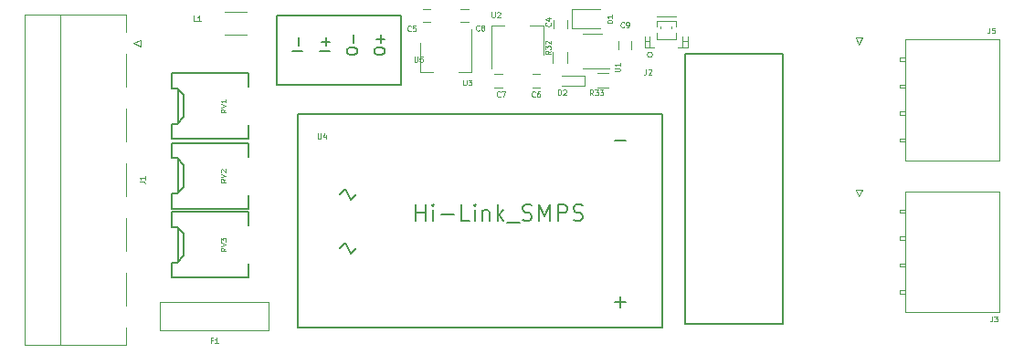
<source format=gto>
G04 #@! TF.GenerationSoftware,KiCad,Pcbnew,(2017-09-19 revision dddaa7e69)-makepkg*
G04 #@! TF.CreationDate,2017-12-07T22:33:37+10:30*
G04 #@! TF.ProjectId,din_power_atm90e26,64696E5F706F7765725F61746D393065,rev?*
G04 #@! TF.SameCoordinates,Original*
G04 #@! TF.FileFunction,Legend,Top*
G04 #@! TF.FilePolarity,Positive*
%FSLAX46Y46*%
G04 Gerber Fmt 4.6, Leading zero omitted, Abs format (unit mm)*
G04 Created by KiCad (PCBNEW (2017-09-19 revision dddaa7e69)-makepkg) date 12/07/17 22:33:37*
%MOMM*%
%LPD*%
G01*
G04 APERTURE LIST*
%ADD10C,0.200000*%
%ADD11C,0.120000*%
%ADD12C,0.150000*%
G04 APERTURE END LIST*
D10*
X163628000Y-75217400D02*
X163628000Y-50217400D01*
X163628000Y-75217400D02*
X172628000Y-75217400D01*
X172628000Y-50217400D02*
X163628000Y-50217400D01*
X172628000Y-50217400D02*
X172628000Y-75217400D01*
D11*
X114890000Y-75810000D02*
X114890000Y-73190000D01*
X125009999Y-75810000D02*
X125009999Y-73190000D01*
X125009999Y-73190000D02*
X114890000Y-73190000D01*
X125009999Y-75810000D02*
X114890000Y-75810000D01*
D10*
X125750000Y-53100000D02*
X125750000Y-46600000D01*
X125750000Y-46600000D02*
X137250000Y-46600000D01*
X137250000Y-46600000D02*
X137250000Y-53100000D01*
X137250000Y-53100000D02*
X125750000Y-53100000D01*
X131588000Y-63189000D02*
X132088000Y-62689000D01*
X132088000Y-62689000D02*
X132588000Y-63689000D01*
X132588000Y-63689000D02*
X133088000Y-63189000D01*
X131588000Y-68189000D02*
X132088000Y-67689000D01*
X132088000Y-67689000D02*
X132588000Y-68689000D01*
X132588000Y-68689000D02*
X133088000Y-68189000D01*
X157588000Y-72689000D02*
X157588000Y-73689000D01*
X158088000Y-73189000D02*
X157088000Y-73189000D01*
X158088000Y-58189000D02*
X157088000Y-58189000D01*
X127688000Y-75589000D02*
X161488000Y-75589000D01*
X161488000Y-75589000D02*
X161488000Y-55789000D01*
X161488000Y-55789000D02*
X127688000Y-55789000D01*
X127688000Y-55789000D02*
X127688000Y-75589000D01*
D11*
X162325000Y-47612500D02*
X162325000Y-47812500D01*
X161325000Y-47612500D02*
X161325000Y-47812500D01*
X162725000Y-48862500D02*
X162725000Y-48212500D01*
X160925000Y-48862500D02*
X162725000Y-48862500D01*
X160925000Y-48212500D02*
X160925000Y-48862500D01*
X162725000Y-47112500D02*
X162725000Y-47612500D01*
X160925000Y-47112500D02*
X162725000Y-47112500D01*
X160925000Y-47612500D02*
X160925000Y-47112500D01*
X163825000Y-49012500D02*
X163325000Y-49012500D01*
X163825000Y-49012500D02*
X163825000Y-49012500D01*
X163325000Y-49012500D02*
X163825000Y-49012500D01*
X163325000Y-49012500D02*
X163325000Y-49012500D01*
X163325000Y-49612500D02*
X163325000Y-49612500D01*
X163325000Y-48612500D02*
X163325000Y-49612500D01*
X163325000Y-48612500D02*
X163325000Y-48612500D01*
X163325000Y-49612500D02*
X163325000Y-48612500D01*
X163825000Y-49612500D02*
X162925000Y-49612500D01*
X163825000Y-48612500D02*
X163825000Y-49612500D01*
X159825000Y-49012500D02*
X160325000Y-49012500D01*
X159825000Y-49012500D02*
X159825000Y-49012500D01*
X160325000Y-49012500D02*
X159825000Y-49012500D01*
X160325000Y-49012500D02*
X160325000Y-49012500D01*
X160325000Y-49612500D02*
X160325000Y-49612500D01*
X160325000Y-48612500D02*
X160325000Y-49612500D01*
X160325000Y-48612500D02*
X160325000Y-48612500D01*
X160325000Y-49612500D02*
X160325000Y-48612500D01*
X159825000Y-49612500D02*
X160725000Y-49612500D01*
X159825000Y-48612500D02*
X159825000Y-49612500D01*
X160925000Y-46712500D02*
X162725000Y-46712500D01*
X160575000Y-50262500D02*
G75*
G03X160575000Y-50262500I-250000J0D01*
G01*
X192735000Y-48828400D02*
X183975000Y-48828400D01*
X183975000Y-48828400D02*
X183975000Y-60068400D01*
X183975000Y-60068400D02*
X192735000Y-60068400D01*
X192735000Y-60068400D02*
X192735000Y-48828400D01*
X183975000Y-50548400D02*
X183505000Y-50548400D01*
X183505000Y-50548400D02*
X183505000Y-50848400D01*
X183505000Y-50848400D02*
X183975000Y-50848400D01*
X183975000Y-50848400D02*
X183975000Y-50548400D01*
X183975000Y-53048400D02*
X183505000Y-53048400D01*
X183505000Y-53048400D02*
X183505000Y-53348400D01*
X183505000Y-53348400D02*
X183975000Y-53348400D01*
X183975000Y-53348400D02*
X183975000Y-53048400D01*
X183975000Y-55548400D02*
X183505000Y-55548400D01*
X183505000Y-55548400D02*
X183505000Y-55848400D01*
X183505000Y-55848400D02*
X183975000Y-55848400D01*
X183975000Y-55848400D02*
X183975000Y-55548400D01*
X183975000Y-58048400D02*
X183505000Y-58048400D01*
X183505000Y-58048400D02*
X183505000Y-58348400D01*
X183505000Y-58348400D02*
X183975000Y-58348400D01*
X183975000Y-58348400D02*
X183975000Y-58048400D01*
X179705000Y-49298400D02*
X179405000Y-48698400D01*
X179405000Y-48698400D02*
X180005000Y-48698400D01*
X180005000Y-48698400D02*
X179705000Y-49298400D01*
X180005000Y-62795400D02*
X179705000Y-63395400D01*
X179405000Y-62795400D02*
X180005000Y-62795400D01*
X179705000Y-63395400D02*
X179405000Y-62795400D01*
X183975000Y-72445400D02*
X183975000Y-72145400D01*
X183505000Y-72445400D02*
X183975000Y-72445400D01*
X183505000Y-72145400D02*
X183505000Y-72445400D01*
X183975000Y-72145400D02*
X183505000Y-72145400D01*
X183975000Y-69945400D02*
X183975000Y-69645400D01*
X183505000Y-69945400D02*
X183975000Y-69945400D01*
X183505000Y-69645400D02*
X183505000Y-69945400D01*
X183975000Y-69645400D02*
X183505000Y-69645400D01*
X183975000Y-67445400D02*
X183975000Y-67145400D01*
X183505000Y-67445400D02*
X183975000Y-67445400D01*
X183505000Y-67145400D02*
X183505000Y-67445400D01*
X183975000Y-67145400D02*
X183505000Y-67145400D01*
X183975000Y-64945400D02*
X183975000Y-64645400D01*
X183505000Y-64945400D02*
X183975000Y-64945400D01*
X183505000Y-64645400D02*
X183505000Y-64945400D01*
X183975000Y-64645400D02*
X183505000Y-64645400D01*
X192735000Y-74165400D02*
X192735000Y-62925400D01*
X183975000Y-74165400D02*
X192735000Y-74165400D01*
X183975000Y-62925400D02*
X183975000Y-74165400D01*
X192735000Y-62925400D02*
X183975000Y-62925400D01*
X113090000Y-48874400D02*
X113090000Y-49474400D01*
X112490000Y-49174400D02*
X113090000Y-48874400D01*
X113090000Y-49474400D02*
X112490000Y-49174400D01*
X105690000Y-46554400D02*
X105690000Y-77194400D01*
X111770000Y-70544400D02*
X111770000Y-73524400D01*
X111770000Y-65464400D02*
X111770000Y-68444400D01*
X111770000Y-60384400D02*
X111770000Y-63364400D01*
X111770000Y-55304400D02*
X111770000Y-58284400D01*
X111770000Y-50224400D02*
X111770000Y-53204400D01*
X111770000Y-77194400D02*
X111770000Y-75624400D01*
X111770000Y-46554400D02*
X111770000Y-48124400D01*
X102410000Y-77194400D02*
X111770000Y-77194400D01*
X102410000Y-46554400D02*
X102410000Y-77194400D01*
X111770000Y-46554400D02*
X102410000Y-46554400D01*
X154125000Y-51535000D02*
X156575000Y-51535000D01*
X155925000Y-48315000D02*
X154125000Y-48315000D01*
X149225000Y-47545000D02*
X150425000Y-47545000D01*
X150425000Y-47545000D02*
X150425000Y-50245000D01*
X145625000Y-51545000D02*
X145625000Y-47545000D01*
X145625000Y-47545000D02*
X146825000Y-47545000D01*
X143800000Y-51880000D02*
X142600000Y-51880000D01*
X143800000Y-47880000D02*
X143800000Y-51880000D01*
X139000000Y-51880000D02*
X139000000Y-49180000D01*
X140200000Y-51880000D02*
X139000000Y-51880000D01*
X122948000Y-48437400D02*
X120948000Y-48437400D01*
X120948000Y-46297400D02*
X122948000Y-46297400D01*
X151345000Y-51025000D02*
X151345000Y-50025000D01*
X152705000Y-50025000D02*
X152705000Y-51025000D01*
X155500000Y-51995000D02*
X156500000Y-51995000D01*
X156500000Y-53355000D02*
X155500000Y-53355000D01*
X152625000Y-47075000D02*
X152625000Y-47775000D01*
X151425000Y-47775000D02*
X151425000Y-47075000D01*
X140000000Y-47200000D02*
X139300000Y-47200000D01*
X139300000Y-46000000D02*
X140000000Y-46000000D01*
X149425000Y-52075000D02*
X150125000Y-52075000D01*
X150125000Y-53275000D02*
X149425000Y-53275000D01*
X145925000Y-52075000D02*
X146625000Y-52075000D01*
X146625000Y-53275000D02*
X145925000Y-53275000D01*
X143500000Y-47200000D02*
X142800000Y-47200000D01*
X142800000Y-46000000D02*
X143500000Y-46000000D01*
X158575000Y-49025000D02*
X158575000Y-49725000D01*
X157375000Y-49725000D02*
X157375000Y-49025000D01*
X153125000Y-46075000D02*
X155675000Y-46075000D01*
X153125000Y-47775000D02*
X155675000Y-47775000D01*
X153125000Y-46075000D02*
X153125000Y-47775000D01*
X154300000Y-53175000D02*
X152200000Y-53175000D01*
X154300000Y-52175000D02*
X152200000Y-52175000D01*
X154300000Y-53175000D02*
X154300000Y-52175000D01*
D12*
X115994000Y-51973000D02*
X123106000Y-51973000D01*
X123106000Y-58069000D02*
X115994000Y-58069000D01*
X116502000Y-56672000D02*
X117137000Y-56037000D01*
X115994000Y-56672000D02*
X116502000Y-56672000D01*
X117137000Y-54005000D02*
X117137000Y-56037000D01*
X116502000Y-53370000D02*
X117137000Y-54005000D01*
X115994000Y-53370000D02*
X116502000Y-53370000D01*
X123106000Y-58069000D02*
X123106000Y-56799000D01*
X123106000Y-51973000D02*
X123106000Y-53243000D01*
X115994000Y-51973000D02*
X115994000Y-53370000D01*
X115994000Y-56672000D02*
X115994000Y-58069000D01*
X116629000Y-56545000D02*
X116629000Y-53497000D01*
X116629000Y-63022000D02*
X116629000Y-59974000D01*
X115994000Y-63149000D02*
X115994000Y-64546000D01*
X115994000Y-58450000D02*
X115994000Y-59847000D01*
X123106000Y-58450000D02*
X123106000Y-59720000D01*
X123106000Y-64546000D02*
X123106000Y-63276000D01*
X115994000Y-59847000D02*
X116502000Y-59847000D01*
X116502000Y-59847000D02*
X117137000Y-60482000D01*
X117137000Y-60482000D02*
X117137000Y-62514000D01*
X115994000Y-63149000D02*
X116502000Y-63149000D01*
X116502000Y-63149000D02*
X117137000Y-62514000D01*
X123106000Y-64546000D02*
X115994000Y-64546000D01*
X115994000Y-58450000D02*
X123106000Y-58450000D01*
X115994000Y-64852000D02*
X123106000Y-64852000D01*
X123106000Y-70948000D02*
X115994000Y-70948000D01*
X116502000Y-69551000D02*
X117137000Y-68916000D01*
X115994000Y-69551000D02*
X116502000Y-69551000D01*
X117137000Y-66884000D02*
X117137000Y-68916000D01*
X116502000Y-66249000D02*
X117137000Y-66884000D01*
X115994000Y-66249000D02*
X116502000Y-66249000D01*
X123106000Y-70948000D02*
X123106000Y-69678000D01*
X123106000Y-64852000D02*
X123106000Y-66122000D01*
X115994000Y-64852000D02*
X115994000Y-66249000D01*
X115994000Y-69551000D02*
X115994000Y-70948000D01*
X116629000Y-69424000D02*
X116629000Y-66376000D01*
D11*
X119783333Y-76774285D02*
X119616666Y-76774285D01*
X119616666Y-77036190D02*
X119616666Y-76536190D01*
X119854761Y-76536190D01*
X120307142Y-77036190D02*
X120021428Y-77036190D01*
X120164285Y-77036190D02*
X120164285Y-76536190D01*
X120116666Y-76607619D01*
X120069047Y-76655238D01*
X120021428Y-76679047D01*
X138485047Y-50433190D02*
X138485047Y-50837952D01*
X138508857Y-50885571D01*
X138532666Y-50909380D01*
X138580285Y-50933190D01*
X138675523Y-50933190D01*
X138723142Y-50909380D01*
X138746952Y-50885571D01*
X138770761Y-50837952D01*
X138770761Y-50433190D01*
X139246952Y-50433190D02*
X139008857Y-50433190D01*
X138985047Y-50671285D01*
X139008857Y-50647476D01*
X139056476Y-50623666D01*
X139175523Y-50623666D01*
X139223142Y-50647476D01*
X139246952Y-50671285D01*
X139270761Y-50718904D01*
X139270761Y-50837952D01*
X139246952Y-50885571D01*
X139223142Y-50909380D01*
X139175523Y-50933190D01*
X139056476Y-50933190D01*
X139008857Y-50909380D01*
X138985047Y-50885571D01*
D12*
X134762380Y-50024285D02*
X134762380Y-49833809D01*
X134810000Y-49738571D01*
X134905238Y-49643333D01*
X135095714Y-49595714D01*
X135429047Y-49595714D01*
X135619523Y-49643333D01*
X135714761Y-49738571D01*
X135762380Y-49833809D01*
X135762380Y-50024285D01*
X135714761Y-50119523D01*
X135619523Y-50214761D01*
X135429047Y-50262380D01*
X135095714Y-50262380D01*
X134905238Y-50214761D01*
X134810000Y-50119523D01*
X134762380Y-50024285D01*
X135381428Y-49167142D02*
X135381428Y-48405238D01*
X135762380Y-48786190D02*
X135000476Y-48786190D01*
X132222380Y-50024285D02*
X132222380Y-49833809D01*
X132270000Y-49738571D01*
X132365238Y-49643333D01*
X132555714Y-49595714D01*
X132889047Y-49595714D01*
X133079523Y-49643333D01*
X133174761Y-49738571D01*
X133222380Y-49833809D01*
X133222380Y-50024285D01*
X133174761Y-50119523D01*
X133079523Y-50214761D01*
X132889047Y-50262380D01*
X132555714Y-50262380D01*
X132365238Y-50214761D01*
X132270000Y-50119523D01*
X132222380Y-50024285D01*
X132841428Y-49167142D02*
X132841428Y-48405238D01*
X130682380Y-49929047D02*
X129682380Y-49929047D01*
X130301428Y-49452857D02*
X130301428Y-48690952D01*
X130682380Y-49071904D02*
X129920476Y-49071904D01*
X128142380Y-49929047D02*
X127142380Y-49929047D01*
X127761428Y-49452857D02*
X127761428Y-48690952D01*
D11*
X129545047Y-57545190D02*
X129545047Y-57949952D01*
X129568857Y-57997571D01*
X129592666Y-58021380D01*
X129640285Y-58045190D01*
X129735523Y-58045190D01*
X129783142Y-58021380D01*
X129806952Y-57997571D01*
X129830761Y-57949952D01*
X129830761Y-57545190D01*
X130283142Y-57711857D02*
X130283142Y-58045190D01*
X130164095Y-57521380D02*
X130045047Y-57878523D01*
X130354571Y-57878523D01*
D12*
X138642948Y-65672308D02*
X138642948Y-64148308D01*
X138642948Y-64874022D02*
X139513805Y-64874022D01*
X139513805Y-65672308D02*
X139513805Y-64148308D01*
X140239520Y-65672308D02*
X140239520Y-64656308D01*
X140239520Y-64148308D02*
X140166948Y-64220880D01*
X140239520Y-64293451D01*
X140312091Y-64220880D01*
X140239520Y-64148308D01*
X140239520Y-64293451D01*
X140965234Y-65091737D02*
X142126377Y-65091737D01*
X143577805Y-65672308D02*
X142852091Y-65672308D01*
X142852091Y-64148308D01*
X144085805Y-65672308D02*
X144085805Y-64656308D01*
X144085805Y-64148308D02*
X144013234Y-64220880D01*
X144085805Y-64293451D01*
X144158377Y-64220880D01*
X144085805Y-64148308D01*
X144085805Y-64293451D01*
X144811520Y-64656308D02*
X144811520Y-65672308D01*
X144811520Y-64801451D02*
X144884091Y-64728880D01*
X145029234Y-64656308D01*
X145246948Y-64656308D01*
X145392091Y-64728880D01*
X145464662Y-64874022D01*
X145464662Y-65672308D01*
X146190377Y-65672308D02*
X146190377Y-64148308D01*
X146335520Y-65091737D02*
X146770948Y-65672308D01*
X146770948Y-64656308D02*
X146190377Y-65236880D01*
X147061234Y-65817451D02*
X148222377Y-65817451D01*
X148512662Y-65599737D02*
X148730377Y-65672308D01*
X149093234Y-65672308D01*
X149238377Y-65599737D01*
X149310948Y-65527165D01*
X149383520Y-65382022D01*
X149383520Y-65236880D01*
X149310948Y-65091737D01*
X149238377Y-65019165D01*
X149093234Y-64946594D01*
X148802948Y-64874022D01*
X148657805Y-64801451D01*
X148585234Y-64728880D01*
X148512662Y-64583737D01*
X148512662Y-64438594D01*
X148585234Y-64293451D01*
X148657805Y-64220880D01*
X148802948Y-64148308D01*
X149165805Y-64148308D01*
X149383520Y-64220880D01*
X150036662Y-65672308D02*
X150036662Y-64148308D01*
X150544662Y-65236880D01*
X151052662Y-64148308D01*
X151052662Y-65672308D01*
X151778377Y-65672308D02*
X151778377Y-64148308D01*
X152358948Y-64148308D01*
X152504091Y-64220880D01*
X152576662Y-64293451D01*
X152649234Y-64438594D01*
X152649234Y-64656308D01*
X152576662Y-64801451D01*
X152504091Y-64874022D01*
X152358948Y-64946594D01*
X151778377Y-64946594D01*
X153229805Y-65599737D02*
X153447520Y-65672308D01*
X153810377Y-65672308D01*
X153955520Y-65599737D01*
X154028091Y-65527165D01*
X154100662Y-65382022D01*
X154100662Y-65236880D01*
X154028091Y-65091737D01*
X153955520Y-65019165D01*
X153810377Y-64946594D01*
X153520091Y-64874022D01*
X153374948Y-64801451D01*
X153302377Y-64728880D01*
X153229805Y-64583737D01*
X153229805Y-64438594D01*
X153302377Y-64293451D01*
X153374948Y-64220880D01*
X153520091Y-64148308D01*
X153882948Y-64148308D01*
X154100662Y-64220880D01*
D11*
X159978333Y-51611190D02*
X159978333Y-51968333D01*
X159954523Y-52039761D01*
X159906904Y-52087380D01*
X159835476Y-52111190D01*
X159787857Y-52111190D01*
X160192619Y-51658809D02*
X160216428Y-51635000D01*
X160264047Y-51611190D01*
X160383095Y-51611190D01*
X160430714Y-51635000D01*
X160454523Y-51658809D01*
X160478333Y-51706428D01*
X160478333Y-51754047D01*
X160454523Y-51825476D01*
X160168809Y-52111190D01*
X160478333Y-52111190D01*
X191783333Y-47776190D02*
X191783333Y-48133333D01*
X191759523Y-48204761D01*
X191711904Y-48252380D01*
X191640476Y-48276190D01*
X191592857Y-48276190D01*
X192259523Y-47776190D02*
X192021428Y-47776190D01*
X191997619Y-48014285D01*
X192021428Y-47990476D01*
X192069047Y-47966666D01*
X192188095Y-47966666D01*
X192235714Y-47990476D01*
X192259523Y-48014285D01*
X192283333Y-48061904D01*
X192283333Y-48180952D01*
X192259523Y-48228571D01*
X192235714Y-48252380D01*
X192188095Y-48276190D01*
X192069047Y-48276190D01*
X192021428Y-48252380D01*
X191997619Y-48228571D01*
X192033333Y-74526190D02*
X192033333Y-74883333D01*
X192009523Y-74954761D01*
X191961904Y-75002380D01*
X191890476Y-75026190D01*
X191842857Y-75026190D01*
X192223809Y-74526190D02*
X192533333Y-74526190D01*
X192366666Y-74716666D01*
X192438095Y-74716666D01*
X192485714Y-74740476D01*
X192509523Y-74764285D01*
X192533333Y-74811904D01*
X192533333Y-74930952D01*
X192509523Y-74978571D01*
X192485714Y-75002380D01*
X192438095Y-75026190D01*
X192295238Y-75026190D01*
X192247619Y-75002380D01*
X192223809Y-74978571D01*
X113016190Y-62041066D02*
X113373333Y-62041066D01*
X113444761Y-62064876D01*
X113492380Y-62112495D01*
X113516190Y-62183923D01*
X113516190Y-62231542D01*
X113516190Y-61541066D02*
X113516190Y-61826780D01*
X113516190Y-61683923D02*
X113016190Y-61683923D01*
X113087619Y-61731542D01*
X113135238Y-61779161D01*
X113159047Y-61826780D01*
X157051190Y-51805952D02*
X157455952Y-51805952D01*
X157503571Y-51782142D01*
X157527380Y-51758333D01*
X157551190Y-51710714D01*
X157551190Y-51615476D01*
X157527380Y-51567857D01*
X157503571Y-51544047D01*
X157455952Y-51520238D01*
X157051190Y-51520238D01*
X157551190Y-51020238D02*
X157551190Y-51305952D01*
X157551190Y-51163095D02*
X157051190Y-51163095D01*
X157122619Y-51210714D01*
X157170238Y-51258333D01*
X157194047Y-51305952D01*
X145664047Y-46311190D02*
X145664047Y-46715952D01*
X145687857Y-46763571D01*
X145711666Y-46787380D01*
X145759285Y-46811190D01*
X145854523Y-46811190D01*
X145902142Y-46787380D01*
X145925952Y-46763571D01*
X145949761Y-46715952D01*
X145949761Y-46311190D01*
X146164047Y-46358809D02*
X146187857Y-46335000D01*
X146235476Y-46311190D01*
X146354523Y-46311190D01*
X146402142Y-46335000D01*
X146425952Y-46358809D01*
X146449761Y-46406428D01*
X146449761Y-46454047D01*
X146425952Y-46525476D01*
X146140238Y-46811190D01*
X146449761Y-46811190D01*
X143029047Y-52596190D02*
X143029047Y-53000952D01*
X143052857Y-53048571D01*
X143076666Y-53072380D01*
X143124285Y-53096190D01*
X143219523Y-53096190D01*
X143267142Y-53072380D01*
X143290952Y-53048571D01*
X143314761Y-53000952D01*
X143314761Y-52596190D01*
X143505238Y-52596190D02*
X143814761Y-52596190D01*
X143648095Y-52786666D01*
X143719523Y-52786666D01*
X143767142Y-52810476D01*
X143790952Y-52834285D01*
X143814761Y-52881904D01*
X143814761Y-53000952D01*
X143790952Y-53048571D01*
X143767142Y-53072380D01*
X143719523Y-53096190D01*
X143576666Y-53096190D01*
X143529047Y-53072380D01*
X143505238Y-53048571D01*
X118254666Y-47163590D02*
X118016571Y-47163590D01*
X118016571Y-46663590D01*
X118683238Y-47163590D02*
X118397523Y-47163590D01*
X118540380Y-47163590D02*
X118540380Y-46663590D01*
X118492761Y-46735019D01*
X118445142Y-46782638D01*
X118397523Y-46806447D01*
X151126190Y-49921428D02*
X150888095Y-50088095D01*
X151126190Y-50207142D02*
X150626190Y-50207142D01*
X150626190Y-50016666D01*
X150650000Y-49969047D01*
X150673809Y-49945238D01*
X150721428Y-49921428D01*
X150792857Y-49921428D01*
X150840476Y-49945238D01*
X150864285Y-49969047D01*
X150888095Y-50016666D01*
X150888095Y-50207142D01*
X150626190Y-49754761D02*
X150626190Y-49445238D01*
X150816666Y-49611904D01*
X150816666Y-49540476D01*
X150840476Y-49492857D01*
X150864285Y-49469047D01*
X150911904Y-49445238D01*
X151030952Y-49445238D01*
X151078571Y-49469047D01*
X151102380Y-49492857D01*
X151126190Y-49540476D01*
X151126190Y-49683333D01*
X151102380Y-49730952D01*
X151078571Y-49754761D01*
X150673809Y-49254761D02*
X150650000Y-49230952D01*
X150626190Y-49183333D01*
X150626190Y-49064285D01*
X150650000Y-49016666D01*
X150673809Y-48992857D01*
X150721428Y-48969047D01*
X150769047Y-48969047D01*
X150840476Y-48992857D01*
X151126190Y-49278571D01*
X151126190Y-48969047D01*
X155053571Y-54026190D02*
X154886904Y-53788095D01*
X154767857Y-54026190D02*
X154767857Y-53526190D01*
X154958333Y-53526190D01*
X155005952Y-53550000D01*
X155029761Y-53573809D01*
X155053571Y-53621428D01*
X155053571Y-53692857D01*
X155029761Y-53740476D01*
X155005952Y-53764285D01*
X154958333Y-53788095D01*
X154767857Y-53788095D01*
X155220238Y-53526190D02*
X155529761Y-53526190D01*
X155363095Y-53716666D01*
X155434523Y-53716666D01*
X155482142Y-53740476D01*
X155505952Y-53764285D01*
X155529761Y-53811904D01*
X155529761Y-53930952D01*
X155505952Y-53978571D01*
X155482142Y-54002380D01*
X155434523Y-54026190D01*
X155291666Y-54026190D01*
X155244047Y-54002380D01*
X155220238Y-53978571D01*
X155696428Y-53526190D02*
X156005952Y-53526190D01*
X155839285Y-53716666D01*
X155910714Y-53716666D01*
X155958333Y-53740476D01*
X155982142Y-53764285D01*
X156005952Y-53811904D01*
X156005952Y-53930952D01*
X155982142Y-53978571D01*
X155958333Y-54002380D01*
X155910714Y-54026190D01*
X155767857Y-54026190D01*
X155720238Y-54002380D01*
X155696428Y-53978571D01*
X151103571Y-47308333D02*
X151127380Y-47332142D01*
X151151190Y-47403571D01*
X151151190Y-47451190D01*
X151127380Y-47522619D01*
X151079761Y-47570238D01*
X151032142Y-47594047D01*
X150936904Y-47617857D01*
X150865476Y-47617857D01*
X150770238Y-47594047D01*
X150722619Y-47570238D01*
X150675000Y-47522619D01*
X150651190Y-47451190D01*
X150651190Y-47403571D01*
X150675000Y-47332142D01*
X150698809Y-47308333D01*
X150817857Y-46879761D02*
X151151190Y-46879761D01*
X150627380Y-46998809D02*
X150984523Y-47117857D01*
X150984523Y-46808333D01*
X138166666Y-48028571D02*
X138142857Y-48052380D01*
X138071428Y-48076190D01*
X138023809Y-48076190D01*
X137952380Y-48052380D01*
X137904761Y-48004761D01*
X137880952Y-47957142D01*
X137857142Y-47861904D01*
X137857142Y-47790476D01*
X137880952Y-47695238D01*
X137904761Y-47647619D01*
X137952380Y-47600000D01*
X138023809Y-47576190D01*
X138071428Y-47576190D01*
X138142857Y-47600000D01*
X138166666Y-47623809D01*
X138619047Y-47576190D02*
X138380952Y-47576190D01*
X138357142Y-47814285D01*
X138380952Y-47790476D01*
X138428571Y-47766666D01*
X138547619Y-47766666D01*
X138595238Y-47790476D01*
X138619047Y-47814285D01*
X138642857Y-47861904D01*
X138642857Y-47980952D01*
X138619047Y-48028571D01*
X138595238Y-48052380D01*
X138547619Y-48076190D01*
X138428571Y-48076190D01*
X138380952Y-48052380D01*
X138357142Y-48028571D01*
X149679666Y-54123571D02*
X149655857Y-54147380D01*
X149584428Y-54171190D01*
X149536809Y-54171190D01*
X149465380Y-54147380D01*
X149417761Y-54099761D01*
X149393952Y-54052142D01*
X149370142Y-53956904D01*
X149370142Y-53885476D01*
X149393952Y-53790238D01*
X149417761Y-53742619D01*
X149465380Y-53695000D01*
X149536809Y-53671190D01*
X149584428Y-53671190D01*
X149655857Y-53695000D01*
X149679666Y-53718809D01*
X150108238Y-53671190D02*
X150013000Y-53671190D01*
X149965380Y-53695000D01*
X149941571Y-53718809D01*
X149893952Y-53790238D01*
X149870142Y-53885476D01*
X149870142Y-54075952D01*
X149893952Y-54123571D01*
X149917761Y-54147380D01*
X149965380Y-54171190D01*
X150060619Y-54171190D01*
X150108238Y-54147380D01*
X150132047Y-54123571D01*
X150155857Y-54075952D01*
X150155857Y-53956904D01*
X150132047Y-53909285D01*
X150108238Y-53885476D01*
X150060619Y-53861666D01*
X149965380Y-53861666D01*
X149917761Y-53885476D01*
X149893952Y-53909285D01*
X149870142Y-53956904D01*
X146445666Y-54123571D02*
X146421857Y-54147380D01*
X146350428Y-54171190D01*
X146302809Y-54171190D01*
X146231380Y-54147380D01*
X146183761Y-54099761D01*
X146159952Y-54052142D01*
X146136142Y-53956904D01*
X146136142Y-53885476D01*
X146159952Y-53790238D01*
X146183761Y-53742619D01*
X146231380Y-53695000D01*
X146302809Y-53671190D01*
X146350428Y-53671190D01*
X146421857Y-53695000D01*
X146445666Y-53718809D01*
X146612333Y-53671190D02*
X146945666Y-53671190D01*
X146731380Y-54171190D01*
X144516666Y-47978571D02*
X144492857Y-48002380D01*
X144421428Y-48026190D01*
X144373809Y-48026190D01*
X144302380Y-48002380D01*
X144254761Y-47954761D01*
X144230952Y-47907142D01*
X144207142Y-47811904D01*
X144207142Y-47740476D01*
X144230952Y-47645238D01*
X144254761Y-47597619D01*
X144302380Y-47550000D01*
X144373809Y-47526190D01*
X144421428Y-47526190D01*
X144492857Y-47550000D01*
X144516666Y-47573809D01*
X144802380Y-47740476D02*
X144754761Y-47716666D01*
X144730952Y-47692857D01*
X144707142Y-47645238D01*
X144707142Y-47621428D01*
X144730952Y-47573809D01*
X144754761Y-47550000D01*
X144802380Y-47526190D01*
X144897619Y-47526190D01*
X144945238Y-47550000D01*
X144969047Y-47573809D01*
X144992857Y-47621428D01*
X144992857Y-47645238D01*
X144969047Y-47692857D01*
X144945238Y-47716666D01*
X144897619Y-47740476D01*
X144802380Y-47740476D01*
X144754761Y-47764285D01*
X144730952Y-47788095D01*
X144707142Y-47835714D01*
X144707142Y-47930952D01*
X144730952Y-47978571D01*
X144754761Y-48002380D01*
X144802380Y-48026190D01*
X144897619Y-48026190D01*
X144945238Y-48002380D01*
X144969047Y-47978571D01*
X144992857Y-47930952D01*
X144992857Y-47835714D01*
X144969047Y-47788095D01*
X144945238Y-47764285D01*
X144897619Y-47740476D01*
X157921666Y-47683571D02*
X157897857Y-47707380D01*
X157826428Y-47731190D01*
X157778809Y-47731190D01*
X157707380Y-47707380D01*
X157659761Y-47659761D01*
X157635952Y-47612142D01*
X157612142Y-47516904D01*
X157612142Y-47445476D01*
X157635952Y-47350238D01*
X157659761Y-47302619D01*
X157707380Y-47255000D01*
X157778809Y-47231190D01*
X157826428Y-47231190D01*
X157897857Y-47255000D01*
X157921666Y-47278809D01*
X158159761Y-47731190D02*
X158255000Y-47731190D01*
X158302619Y-47707380D01*
X158326428Y-47683571D01*
X158374047Y-47612142D01*
X158397857Y-47516904D01*
X158397857Y-47326428D01*
X158374047Y-47278809D01*
X158350238Y-47255000D01*
X158302619Y-47231190D01*
X158207380Y-47231190D01*
X158159761Y-47255000D01*
X158135952Y-47278809D01*
X158112142Y-47326428D01*
X158112142Y-47445476D01*
X158135952Y-47493095D01*
X158159761Y-47516904D01*
X158207380Y-47540714D01*
X158302619Y-47540714D01*
X158350238Y-47516904D01*
X158374047Y-47493095D01*
X158397857Y-47445476D01*
X156851190Y-47344047D02*
X156351190Y-47344047D01*
X156351190Y-47225000D01*
X156375000Y-47153571D01*
X156422619Y-47105952D01*
X156470238Y-47082142D01*
X156565476Y-47058333D01*
X156636904Y-47058333D01*
X156732142Y-47082142D01*
X156779761Y-47105952D01*
X156827380Y-47153571D01*
X156851190Y-47225000D01*
X156851190Y-47344047D01*
X156851190Y-46582142D02*
X156851190Y-46867857D01*
X156851190Y-46725000D02*
X156351190Y-46725000D01*
X156422619Y-46772619D01*
X156470238Y-46820238D01*
X156494047Y-46867857D01*
X151805952Y-54001190D02*
X151805952Y-53501190D01*
X151925000Y-53501190D01*
X151996428Y-53525000D01*
X152044047Y-53572619D01*
X152067857Y-53620238D01*
X152091666Y-53715476D01*
X152091666Y-53786904D01*
X152067857Y-53882142D01*
X152044047Y-53929761D01*
X151996428Y-53977380D01*
X151925000Y-54001190D01*
X151805952Y-54001190D01*
X152282142Y-53548809D02*
X152305952Y-53525000D01*
X152353571Y-53501190D01*
X152472619Y-53501190D01*
X152520238Y-53525000D01*
X152544047Y-53548809D01*
X152567857Y-53596428D01*
X152567857Y-53644047D01*
X152544047Y-53715476D01*
X152258333Y-54001190D01*
X152567857Y-54001190D01*
X121041110Y-55318619D02*
X120803015Y-55485285D01*
X121041110Y-55604333D02*
X120541110Y-55604333D01*
X120541110Y-55413857D01*
X120564920Y-55366238D01*
X120588729Y-55342428D01*
X120636348Y-55318619D01*
X120707777Y-55318619D01*
X120755396Y-55342428D01*
X120779205Y-55366238D01*
X120803015Y-55413857D01*
X120803015Y-55604333D01*
X120541110Y-55175761D02*
X121041110Y-55009095D01*
X120541110Y-54842428D01*
X121041110Y-54413857D02*
X121041110Y-54699571D01*
X121041110Y-54556714D02*
X120541110Y-54556714D01*
X120612539Y-54604333D01*
X120660158Y-54651952D01*
X120683967Y-54699571D01*
X121041110Y-61795619D02*
X120803015Y-61962285D01*
X121041110Y-62081333D02*
X120541110Y-62081333D01*
X120541110Y-61890857D01*
X120564920Y-61843238D01*
X120588729Y-61819428D01*
X120636348Y-61795619D01*
X120707777Y-61795619D01*
X120755396Y-61819428D01*
X120779205Y-61843238D01*
X120803015Y-61890857D01*
X120803015Y-62081333D01*
X120541110Y-61652761D02*
X121041110Y-61486095D01*
X120541110Y-61319428D01*
X120588729Y-61176571D02*
X120564920Y-61152761D01*
X120541110Y-61105142D01*
X120541110Y-60986095D01*
X120564920Y-60938476D01*
X120588729Y-60914666D01*
X120636348Y-60890857D01*
X120683967Y-60890857D01*
X120755396Y-60914666D01*
X121041110Y-61200380D01*
X121041110Y-60890857D01*
X121041110Y-68197619D02*
X120803015Y-68364285D01*
X121041110Y-68483333D02*
X120541110Y-68483333D01*
X120541110Y-68292857D01*
X120564920Y-68245238D01*
X120588729Y-68221428D01*
X120636348Y-68197619D01*
X120707777Y-68197619D01*
X120755396Y-68221428D01*
X120779205Y-68245238D01*
X120803015Y-68292857D01*
X120803015Y-68483333D01*
X120541110Y-68054761D02*
X121041110Y-67888095D01*
X120541110Y-67721428D01*
X120541110Y-67602380D02*
X120541110Y-67292857D01*
X120731586Y-67459523D01*
X120731586Y-67388095D01*
X120755396Y-67340476D01*
X120779205Y-67316666D01*
X120826824Y-67292857D01*
X120945872Y-67292857D01*
X120993491Y-67316666D01*
X121017300Y-67340476D01*
X121041110Y-67388095D01*
X121041110Y-67530952D01*
X121017300Y-67578571D01*
X120993491Y-67602380D01*
M02*

</source>
